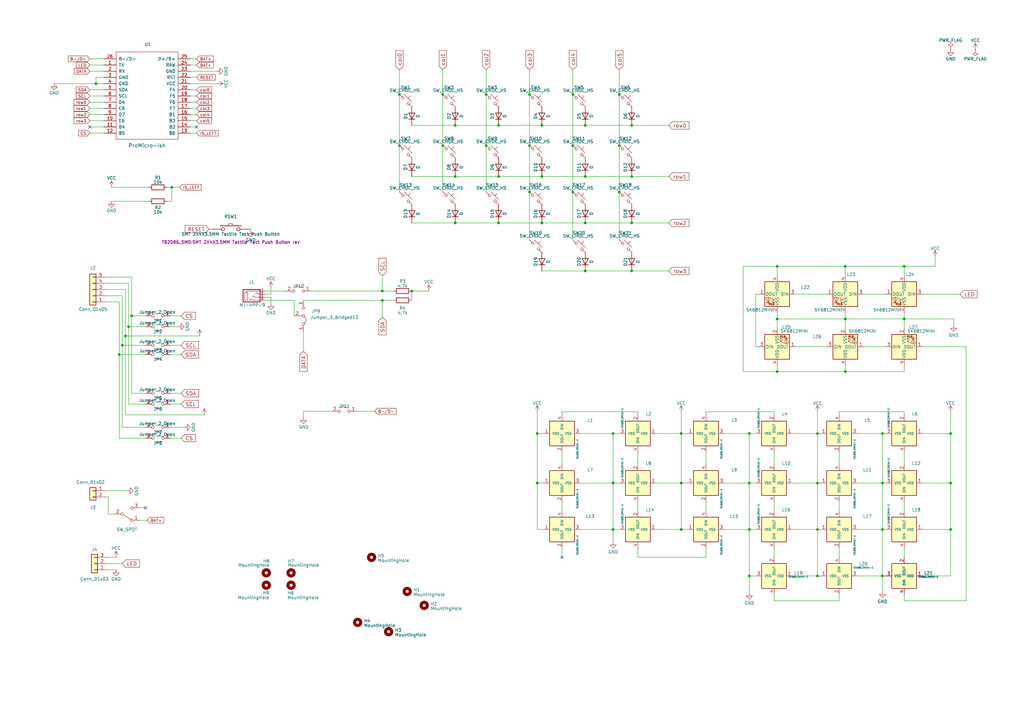
<source format=kicad_sch>
(kicad_sch (version 20231120) (generator "eeschema") (generator_version "8.0")
  (paper "A3")
  (title_block (title "Unicorne Chocolate") (date "2023-07-20") (rev "0.9") (company "Thunderbird2086"))
  (junction (at 204.47 51.435))
  (junction (at 222.25 72.39))
  (junction (at 50.165 141.605))
  (junction (at 361.95 236.22))
  (junction (at 234.95 78.74))
  (junction (at 163.83 59.69))
  (junction (at 361.95 177.8))
  (junction (at 259.08 51.435))
  (junction (at 220.345 177.8))
  (junction (at 251.46 198.12))
  (junction (at 220.345 198.12))
  (junction (at 318.77 152.4))
  (junction (at 181.61 38.735))
  (junction (at 168.91 119.38))
  (junction (at 389.89 217.17))
  (junction (at 389.89 198.12))
  (junction (at 370.84 130.81))
  (junction (at 186.69 72.39))
  (junction (at 318.77 109.22))
  (junction (at 389.89 177.8))
  (junction (at 251.46 217.17))
  (junction (at 222.25 91.44))
  (junction (at 335.28 198.12))
  (junction (at 335.28 217.17))
  (junction (at 48.895 145.415))
  (junction (at 318.77 130.81))
  (junction (at 307.34 177.8))
  (junction (at 199.39 59.69))
  (junction (at 181.61 59.69))
  (junction (at 204.47 72.39))
  (junction (at 163.83 38.735))
  (junction (at 186.69 91.44))
  (junction (at 156.845 119.38))
  (junction (at 186.69 51.435))
  (junction (at 361.95 217.17))
  (junction (at 307.34 198.12))
  (junction (at 70.485 76.835))
  (junction (at 254 38.735))
  (junction (at 370.84 109.22))
  (junction (at 251.46 177.8))
  (junction (at 307.34 236.22))
  (junction (at 217.17 59.69))
  (junction (at 222.25 51.435))
  (junction (at 259.08 72.39))
  (junction (at 254 59.69))
  (junction (at 51.435 137.795))
  (junction (at 346.71 152.4))
  (junction (at 52.705 133.985))
  (junction (at 254 78.74))
  (junction (at 240.03 72.39))
  (junction (at 279.4 198.12))
  (junction (at 217.17 38.735))
  (junction (at 217.17 78.74))
  (junction (at 335.28 177.8))
  (junction (at 156.845 123.19))
  (junction (at 346.71 109.22))
  (junction (at 199.39 38.735))
  (junction (at 361.95 198.12))
  (junction (at 53.975 129.54))
  (junction (at 259.08 111.125))
  (junction (at 346.71 130.81))
  (junction (at 234.95 38.735))
  (junction (at 240.03 111.125))
  (junction (at 307.34 217.17))
  (junction (at 240.03 51.435))
  (junction (at 335.28 236.22))
  (junction (at 240.03 91.44))
  (junction (at 204.47 91.44))
  (junction (at 279.4 177.8))
  (junction (at 39.37 34.29))
  (junction (at 234.95 59.69))
  (junction (at 279.4 217.17))
  (junction (at 259.08 91.44))
  (no_connect (at 36.83 52.07))
  (no_connect (at 230.505 228.6))
  (no_connect (at 59.69 208.28))
  (no_connect (at 80.645 52.07))
  (wire (pts (xy 36.83 54.61) (xy 42.545 54.61)))
  (wire (pts (xy 186.69 51.435) (xy 204.47 51.435)))
  (wire (pts (xy 181.61 59.69) (xy 181.61 78.74)))
  (wire (pts (xy 269.24 198.12) (xy 279.4 198.12)))
  (wire (pts (xy 344.17 168.91) (xy 370.84 168.91)))
  (wire (pts (xy 281.94 217.17) (xy 279.4 217.17)))
  (wire (pts (xy 36.83 44.45) (xy 42.545 44.45)))
  (wire (pts (xy 102.87 93.98) (xy 102.235 93.98)))
  (wire (pts (xy 279.4 177.8) (xy 279.4 198.12)))
  (wire (pts (xy 326.39 120.65) (xy 339.09 120.65)))
  (wire (pts (xy 51.435 137.795) (xy 51.435 170.18)))
  (wire (pts (xy 102.87 94.615) (xy 102.87 93.98)))
  (wire (pts (xy 318.77 152.4) (xy 346.71 152.4)))
  (wire (pts (xy 261.62 228.6) (xy 289.56 228.6)))
  (wire (pts (xy 279.4 168.91) (xy 279.4 177.8)))
  (wire (pts (xy 78.105 34.29) (xy 88.9 34.29)))
  (wire (pts (xy 156.845 119.38) (xy 161.29 119.38)))
  (wire (pts (xy 53.975 129.54) (xy 59.69 129.54)))
  (wire (pts (xy 59.69 141.605) (xy 50.165 141.605)))
  (wire (pts (xy 69.85 179.705) (xy 74.295 179.705)))
  (wire (pts (xy 146.177 168.656) (xy 153.67 168.656)))
  (wire (pts (xy 230.505 168.91) (xy 261.62 168.91)))
  (wire (pts (xy 269.24 217.17) (xy 279.4 217.17)))
  (wire (pts (xy 234.95 38.735) (xy 234.95 59.69)))
  (wire (pts (xy 51.435 118.745) (xy 43.18 118.745)))
  (wire (pts (xy 220.345 198.12) (xy 220.345 217.17)))
  (wire (pts (xy 304.8 109.22) (xy 304.8 152.4)))
  (wire (pts (xy 230.505 168.91) (xy 230.505 170.18)))
  (wire (pts (xy 74.295 145.415) (xy 69.85 145.415)))
  (wire (pts (xy 124.46 135.89) (xy 124.46 144.145)))
  (wire (pts (xy 59.69 145.415) (xy 48.895 145.415)))
  (wire (pts (xy 163.83 59.69) (xy 163.83 78.74)))
  (wire (pts (xy 391.16 130.81) (xy 370.84 130.81)))
  (wire (pts (xy 36.83 29.21) (xy 42.545 29.21)))
  (wire (pts (xy 217.17 59.69) (xy 217.17 78.74)))
  (wire (pts (xy 261.62 168.91) (xy 261.62 170.18)))
  (wire (pts (xy 346.71 130.81) (xy 370.84 130.81)))
  (wire (pts (xy 108.585 119.38) (xy 117.348 119.38)))
  (wire (pts (xy 317.5 205.74) (xy 317.5 209.55)))
  (wire (pts (xy 361.95 236.22) (xy 363.22 236.22)))
  (wire (pts (xy 361.95 198.12) (xy 361.95 217.17)))
  (wire (pts (xy 53.975 129.54) (xy 53.975 113.665)))
  (wire (pts (xy 370.84 243.84) (xy 370.84 246.38)))
  (wire (pts (xy 251.46 198.12) (xy 254 198.12)))
  (wire (pts (xy 318.77 130.81) (xy 318.77 128.27)))
  (wire (pts (xy 297.18 177.8) (xy 307.34 177.8)))
  (wire (pts (xy 51.435 118.745) (xy 51.435 137.795)))
  (wire (pts (xy 78.105 41.91) (xy 80.645 41.91)))
  (wire (pts (xy 48.895 179.705) (xy 59.69 179.705)))
  (wire (pts (xy 78.105 29.21) (xy 88.9 29.21)))
  (wire (pts (xy 351.79 177.8) (xy 361.95 177.8)))
  (wire (pts (xy 39.37 31.75) (xy 39.37 34.29)))
  (wire (pts (xy 289.56 185.42) (xy 289.56 190.5)))
  (wire (pts (xy 45.72 76.835) (xy 60.96 76.835)))
  (wire (pts (xy 307.34 236.22) (xy 307.34 243.205)))
  (wire (pts (xy 378.46 120.65) (xy 393.7 120.65)))
  (wire (pts (xy 204.47 72.39) (xy 222.25 72.39)))
  (wire (pts (xy 279.4 177.8) (xy 281.94 177.8)))
  (wire (pts (xy 163.83 28.575) (xy 163.83 38.735)))
  (wire (pts (xy 36.83 41.91) (xy 42.545 41.91)))
  (wire (pts (xy 378.46 177.8) (xy 389.89 177.8)))
  (wire (pts (xy 78.105 39.37) (xy 80.645 39.37)))
  (wire (pts (xy 48.895 145.415) (xy 48.895 179.705)))
  (wire (pts (xy 251.46 177.8) (xy 254 177.8)))
  (wire (pts (xy 230.505 205.74) (xy 230.505 209.55)))
  (wire (pts (xy 318.77 152.4) (xy 318.77 149.86)))
  (wire (pts (xy 52.705 165.735) (xy 59.69 165.735)))
  (wire (pts (xy 52.705 116.205) (xy 43.18 116.205)))
  (wire (pts (xy 238.125 217.17) (xy 251.46 217.17)))
  (wire (pts (xy 42.545 26.67) (xy 36.83 26.67)))
  (wire (pts (xy 45.72 82.55) (xy 60.96 82.55)))
  (wire (pts (xy 336.55 217.17) (xy 335.28 217.17)))
  (wire (pts (xy 389.89 198.12) (xy 389.89 217.17)))
  (wire (pts (xy 43.18 201.295) (xy 52.07 201.295)))
  (wire (pts (xy 317.5 224.79) (xy 317.5 228.6)))
  (wire (pts (xy 279.4 198.12) (xy 281.94 198.12)))
  (wire (pts (xy 42.545 52.07) (xy 36.83 52.07)))
  (wire (pts (xy 42.545 39.37) (xy 36.83 39.37)))
  (wire (pts (xy 53.975 161.29) (xy 53.975 129.54)))
  (wire (pts (xy 85.725 93.98) (xy 86.995 93.98)))
  (wire (pts (xy 274.32 51.435) (xy 259.08 51.435)))
  (wire (pts (xy 199.39 38.735) (xy 199.39 59.69)))
  (wire (pts (xy 52.705 133.985) (xy 59.69 133.985)))
  (wire (pts (xy 50.165 175.26) (xy 59.69 175.26)))
  (wire (pts (xy 318.77 109.22) (xy 318.77 113.03)))
  (wire (pts (xy 124.46 168.656) (xy 136.017 168.656)))
  (wire (pts (xy 156.845 123.19) (xy 161.29 123.19)))
  (wire (pts (xy 335.28 217.17) (xy 335.28 236.22)))
  (wire (pts (xy 230.505 224.79) (xy 230.505 228.6)))
  (wire (pts (xy 309.88 120.65) (xy 311.15 120.65)))
  (wire (pts (xy 168.91 72.39) (xy 186.69 72.39)))
  (wire (pts (xy 307.34 198.12) (xy 309.88 198.12)))
  (wire (pts (xy 335.28 198.12) (xy 336.55 198.12)))
  (wire (pts (xy 274.32 111.125) (xy 259.08 111.125)))
  (wire (pts (xy 354.33 142.24) (xy 363.22 142.24)))
  (wire (pts (xy 274.32 91.44) (xy 259.08 91.44)))
  (wire (pts (xy 370.84 190.5) (xy 370.84 185.42)))
  (wire (pts (xy 391.16 130.81) (xy 391.16 133.35)))
  (wire (pts (xy 251.46 217.17) (xy 254 217.17)))
  (wire (pts (xy 274.32 72.39) (xy 259.08 72.39)))
  (wire (pts (xy 108.585 123.19) (xy 120.65 123.19)))
  (wire (pts (xy 217.17 28.575) (xy 217.17 38.735)))
  (wire (pts (xy 336.55 236.22) (xy 335.28 236.22)))
  (wire (pts (xy 53.975 161.29) (xy 59.69 161.29)))
  (wire (pts (xy 307.34 177.8) (xy 309.88 177.8)))
  (wire (pts (xy 127.508 119.38) (xy 156.845 119.38)))
  (wire (pts (xy 361.95 236.22) (xy 361.95 242.57)))
  (wire (pts (xy 199.39 28.575) (xy 199.39 38.735)))
  (wire (pts (xy 168.91 51.435) (xy 186.69 51.435)))
  (wire (pts (xy 354.33 120.65) (xy 363.22 120.65)))
  (wire (pts (xy 108.585 120.65) (xy 111.125 120.65)))
  (wire (pts (xy 304.8 152.4) (xy 318.77 152.4)))
  (wire (pts (xy 370.84 109.22) (xy 383.54 109.22)))
  (wire (pts (xy 39.37 34.29) (xy 42.545 34.29)))
  (wire (pts (xy 78.105 36.83) (xy 80.645 36.83)))
  (wire (pts (xy 217.17 78.74) (xy 217.17 98.425)))
  (wire (pts (xy 43.815 228.6) (xy 47.625 228.6)))
  (wire (pts (xy 36.83 36.83) (xy 42.545 36.83)))
  (wire (pts (xy 344.17 168.91) (xy 344.17 170.18)))
  (wire (pts (xy 70.485 76.835) (xy 70.485 82.55)))
  (wire (pts (xy 168.91 91.44) (xy 186.69 91.44)))
  (wire (pts (xy 261.62 228.6) (xy 261.62 224.79)))
  (wire (pts (xy 36.83 49.53) (xy 42.545 49.53)))
  (wire (pts (xy 325.12 217.17) (xy 335.28 217.17)))
  (wire (pts (xy 124.46 171.196) (xy 124.46 168.656)))
  (wire (pts (xy 69.85 175.26) (xy 75.565 175.26)))
  (wire (pts (xy 181.61 28.575) (xy 181.61 38.735)))
  (wire (pts (xy 261.62 190.5) (xy 261.62 185.42)))
  (wire (pts (xy 111.125 121.92) (xy 111.125 124.46)))
  (wire (pts (xy 370.84 130.81) (xy 370.84 134.62)))
  (wire (pts (xy 261.62 205.74) (xy 261.62 209.55)))
  (wire (pts (xy 289.56 228.6) (xy 289.56 224.79)))
  (wire (pts (xy 346.71 130.81) (xy 346.71 134.62)))
  (wire (pts (xy 251.46 177.8) (xy 251.46 198.12)))
  (wire (pts (xy 74.295 161.29) (xy 69.85 161.29)))
  (wire (pts (xy 346.71 152.4) (xy 346.71 149.86)))
  (wire (pts (xy 351.79 236.22) (xy 361.95 236.22)))
  (wire (pts (xy 217.17 38.735) (xy 217.17 59.69)))
  (wire (pts (xy 51.435 170.18) (xy 83.82 170.18)))
  (wire (pts (xy 318.77 109.22) (xy 346.71 109.22)))
  (wire (pts (xy 304.8 109.22) (xy 318.77 109.22)))
  (wire (pts (xy 42.545 24.13) (xy 36.83 24.13)))
  (wire (pts (xy 254 78.74) (xy 254 98.425)))
  (wire (pts (xy 317.5 168.91) (xy 317.5 170.18)))
  (wire (pts (xy 289.56 168.91) (xy 289.56 170.18)))
  (wire (pts (xy 361.95 198.12) (xy 363.22 198.12)))
  (wire (pts (xy 309.88 142.24) (xy 311.15 142.24)))
  (wire (pts (xy 254 38.735) (xy 254 59.69)))
  (wire (pts (xy 230.505 185.42) (xy 230.505 190.5)))
  (wire (pts (xy 44.45 210.82) (xy 44.45 203.835)))
  (wire (pts (xy 53.975 113.665) (xy 43.18 113.665)))
  (wire (pts (xy 318.77 130.81) (xy 346.71 130.81)))
  (wire (pts (xy 370.84 149.86) (xy 370.84 152.4)))
  (wire (pts (xy 346.71 109.22) (xy 346.71 113.03)))
  (wire (pts (xy 44.45 210.82) (xy 46.99 210.82)))
  (wire (pts (xy 269.24 177.8) (xy 279.4 177.8)))
  (wire (pts (xy 70.485 76.835) (xy 73.66 76.835)))
  (wire (pts (xy 234.95 59.69) (xy 234.95 78.74)))
  (wire (pts (xy 326.39 142.24) (xy 339.09 142.24)))
  (wire (pts (xy 186.69 91.44) (xy 204.47 91.44)))
  (wire (pts (xy 346.71 130.81) (xy 346.71 128.27)))
  (wire (pts (xy 156.845 113.03) (xy 156.845 119.38)))
  (wire (pts (xy 251.46 217.17) (xy 251.46 222.25)))
  (wire (pts (xy 297.18 198.12) (xy 307.34 198.12)))
  (wire (pts (xy 297.18 217.17) (xy 307.34 217.17)))
  (wire (pts (xy 370.84 152.4) (xy 346.71 152.4)))
  (wire (pts (xy 220.345 177.8) (xy 220.345 198.12)))
  (wire (pts (xy 335.28 198.12) (xy 335.28 217.17)))
  (wire (pts (xy 259.08 72.39) (xy 240.03 72.39)))
  (wire (pts (xy 396.24 246.38) (xy 370.84 246.38)))
  (wire (pts (xy 307.34 177.8) (xy 307.34 198.12)))
  (wire (pts (xy 74.295 141.605) (xy 69.85 141.605)))
  (wire (pts (xy 378.46 217.17) (xy 389.89 217.17)))
  (wire (pts (xy 370.84 128.27) (xy 370.84 130.81)))
  (wire (pts (xy 59.69 208.28) (xy 57.15 208.28)))
  (wire (pts (xy 108.585 121.92) (xy 111.125 121.92)))
  (wire (pts (xy 156.845 123.19) (xy 156.845 130.175)))
  (wire (pts (xy 44.45 203.835) (xy 43.18 203.835)))
  (wire (pts (xy 238.125 198.12) (xy 251.46 198.12)))
  (wire (pts (xy 50.165 141.605) (xy 50.165 175.26)))
  (wire (pts (xy 383.54 105.41) (xy 383.54 109.22)))
  (wire (pts (xy 175.895 119.38) (xy 168.91 119.38)))
  (wire (pts (xy 69.85 129.54) (xy 74.295 129.54)))
  (wire (pts (xy 259.08 91.44) (xy 240.03 91.44)))
  (wire (pts (xy 186.69 72.39) (xy 204.47 72.39)))
  (wire (pts (xy 318.77 130.81) (xy 318.77 134.62)))
  (wire (pts (xy 68.58 82.55) (xy 70.485 82.55)))
  (wire (pts (xy 259.08 51.435) (xy 240.03 51.435)))
  (wire (pts (xy 78.105 31.75) (xy 80.645 31.75)))
  (wire (pts (xy 222.25 72.39) (xy 240.03 72.39)))
  (wire (pts (xy 43.18 123.825) (xy 48.895 123.825)))
  (wire (pts (xy 254 28.575) (xy 254 38.735)))
  (wire (pts (xy 325.12 177.8) (xy 335.28 177.8)))
  (wire (pts (xy 222.25 91.44) (xy 240.03 91.44)))
  (wire (pts (xy 289.56 168.91) (xy 317.5 168.91)))
  (wire (pts (xy 168.91 123.19) (xy 168.91 119.38)))
  (wire (pts (xy 220.345 177.8) (xy 222.885 177.8)))
  (wire (pts (xy 325.12 198.12) (xy 335.28 198.12)))
  (wire (pts (xy 222.25 51.435) (xy 240.03 51.435)))
  (wire (pts (xy 78.105 46.99) (xy 80.645 46.99)))
  (wire (pts (xy 370.84 109.22) (xy 370.84 113.03)))
  (wire (pts (xy 74.295 165.735) (xy 69.85 165.735)))
  (wire (pts (xy 389.89 168.91) (xy 389.89 177.8)))
  (wire (pts (xy 51.435 137.795) (xy 81.915 137.795)))
  (wire (pts (xy 69.85 133.985) (xy 73.025 133.985)))
  (wire (pts (xy 335.28 177.8) (xy 336.55 177.8)))
  (wire (pts (xy 68.58 76.835) (xy 70.485 76.835)))
  (wire (pts (xy 111.125 120.65) (xy 111.125 118.11)))
  (wire (pts (xy 309.88 120.65) (xy 309.88 142.24)))
  (wire (pts (xy 370.84 205.74) (xy 370.84 209.55)))
  (wire (pts (xy 325.12 236.22) (xy 335.28 236.22)))
  (wire (pts (xy 254 59.69) (xy 254 78.74)))
  (wire (pts (xy 163.83 38.735) (xy 163.83 59.69)))
  (wire (pts (xy 234.95 28.575) (xy 234.95 38.735)))
  (wire (pts (xy 361.95 217.17) (xy 361.95 236.22)))
  (wire (pts (xy 317.5 246.38) (xy 344.17 246.38)))
  (wire (pts (xy 222.25 111.125) (xy 240.03 111.125)))
  (wire (pts (xy 351.79 217.17) (xy 361.95 217.17)))
  (wire (pts (xy 361.95 217.17) (xy 363.22 217.17)))
  (wire (pts (xy 307.34 236.22) (xy 309.88 236.22)))
  (wire (pts (xy 43.18 121.285) (xy 50.165 121.285)))
  (wire (pts (xy 389.89 177.8) (xy 389.89 198.12)))
  (wire (pts (xy 361.95 177.8) (xy 361.95 198.12)))
  (wire (pts (xy 259.08 111.125) (xy 240.03 111.125)))
  (wire (pts (xy 43.815 233.68) (xy 47.625 233.68)))
  (wire (pts (xy 335.28 168.91) (xy 335.28 177.8)))
  (wire (pts (xy 39.37 31.75) (xy 42.545 31.75)))
  (wire (pts (xy 220.345 168.91) (xy 220.345 177.8)))
  (wire (pts (xy 220.345 198.12) (xy 222.885 198.12)))
  (wire (pts (xy 344.17 224.79) (xy 344.17 228.6)))
  (wire (pts (xy 36.83 46.99) (xy 42.545 46.99)))
  (wire (pts (xy 50.165 121.285) (xy 50.165 141.605)))
  (wire (pts (xy 344.17 185.42) (xy 344.17 190.5)))
  (wire (pts (xy 181.61 38.735) (xy 181.61 59.69)))
  (wire (pts (xy 361.95 177.8) (xy 363.22 177.8)))
  (wire (pts (xy 307.34 217.17) (xy 307.34 236.22)))
  (wire (pts (xy 370.84 224.79) (xy 370.84 228.6)))
  (wire (pts (xy 78.105 24.13) (xy 80.645 24.13)))
  (wire (pts (xy 344.17 246.38) (xy 344.17 243.84)))
  (wire (pts (xy 43.815 231.14) (xy 50.165 231.14)))
  (wire (pts (xy 378.46 198.12) (xy 389.89 198.12)))
  (wire (pts (xy 52.705 165.735) (xy 52.705 133.985)))
  (wire (pts (xy 317.5 190.5) (xy 317.5 185.42)))
  (wire (pts (xy 222.885 217.17) (xy 220.345 217.17)))
  (wire (pts (xy 57.15 213.36) (xy 60.325 213.36)))
  (wire (pts (xy 307.34 217.17) (xy 309.88 217.17)))
  (wire (pts (xy 78.105 49.53) (xy 80.645 49.53)))
  (wire (pts (xy 78.105 52.07) (xy 80.645 52.07)))
  (wire (pts (xy 307.34 198.12) (xy 307.34 217.17)))
  (wire (pts (xy 378.46 236.22) (xy 389.89 236.22)))
  (wire (pts (xy 351.79 198.12) (xy 361.95 198.12)))
  (wire (pts (xy 251.46 198.12) (xy 251.46 217.17)))
  (wire (pts (xy 124.46 123.19) (xy 156.845 123.19)))
  (wire (pts (xy 204.47 51.435) (xy 222.25 51.435)))
  (wire (pts (xy 279.4 198.12) (xy 279.4 217.17)))
  (wire (pts (xy 238.125 177.8) (xy 251.46 177.8)))
  (wire (pts (xy 78.105 54.61) (xy 80.645 54.61)))
  (wire (pts (xy 389.89 217.17) (xy 389.89 236.22)))
  (wire (pts (xy 120.65 123.19) (xy 120.65 129.54)))
  (wire (pts (xy 78.105 44.45) (xy 80.645 44.45)))
  (wire (pts (xy 370.84 168.91) (xy 370.84 170.18)))
  (wire (pts (xy 317.5 246.38) (xy 317.5 243.84)))
  (wire (pts (xy 396.24 142.24) (xy 378.46 142.24)))
  (wire (pts (xy 344.17 205.74) (xy 344.17 209.55)))
  (wire (pts (xy 22.225 34.29) (xy 39.37 34.29)))
  (wire (pts (xy 48.895 123.825) (xy 48.895 145.415)))
  (wire (pts (xy 52.705 133.985) (xy 52.705 116.205)))
  (wire (pts (xy 396.24 246.38) (xy 396.24 142.24)))
  (wire (pts (xy 346.71 109.22) (xy 370.84 109.22)))
  (wire (pts (xy 204.47 91.44) (xy 222.25 91.44)))
  (wire (pts (xy 234.95 78.74) (xy 234.95 98.425)))
  (wire (pts (xy 78.105 26.67) (xy 80.645 26.67)))
  (wire (pts (xy 289.56 205.74) (xy 289.56 209.55)))
  (wire (pts (xy 199.39 59.69) (xy 199.39 78.74)))
  (wire (pts (xy 335.28 177.8) (xy 335.28 198.12)))
  (global_label "col0" (shape input) (at 163.83 28.575 90) (effects (font (size 1.524 1.524))) (property "Intersheetrefs" "${INTERSHEET_REFS}" (effects (hide yes))))
  (global_label "col4" (shape input) (at 234.95 28.575 90) (effects (font (size 1.524 1.524))) (property "Intersheetrefs" "${INTERSHEET_REFS}" (effects (hide yes))))
  (global_label "SDA" (shape input) (at 156.845 130.175 270) (effects (font (size 1.524 1.524))) (property "Intersheetrefs" "${INTERSHEET_REFS}" (effects (hide yes))))
  (global_label "RESET" (shape input) (at 85.725 93.98 180) (effects (font (size 1.524 1.524))) (property "Intersheetrefs" "${INTERSHEET_REFS}" (effects (hide yes))))
  (global_label "IS_LEFT" (shape input) (at 80.645 54.61 0) (effects (font (size 1.1938 1.1938))) (property "Intersheetrefs" "${INTERSHEET_REFS}" (effects (hide yes))))
  (global_label "col1" (shape input) (at 181.61 28.575 90) (effects (font (size 1.524 1.524))) (property "Intersheetrefs" "${INTERSHEET_REFS}" (effects (hide yes))))
  (global_label "SCL" (shape input) (at 36.83 39.37 180) (effects (font (size 1.1938 1.1938))) (property "Intersheetrefs" "${INTERSHEET_REFS}" (effects (hide yes))))
  (global_label "row1" (shape input) (at 36.83 44.45 180) (effects (font (size 1.1938 1.1938))) (property "Intersheetrefs" "${INTERSHEET_REFS}" (effects (hide yes))))
  (global_label "row1" (shape input) (at 274.32 72.39 0) (effects (font (size 1.524 1.524))) (property "Intersheetrefs" "${INTERSHEET_REFS}" (effects (hide yes))))
  (global_label "col5" (shape input) (at 80.645 49.53 0) (effects (font (size 1.1938 1.1938))) (property "Intersheetrefs" "${INTERSHEET_REFS}" (effects (hide yes))))
  (global_label "row2" (shape input) (at 274.32 91.44 0) (effects (font (size 1.524 1.524))) (property "Intersheetrefs" "${INTERSHEET_REFS}" (effects (hide yes))))
  (global_label "CS" (shape input) (at 36.83 54.61 180) (effects (font (size 1.1938 1.1938))) (property "Intersheetrefs" "${INTERSHEET_REFS}" (effects (hide yes))))
  (global_label "SCL" (shape input) (at 74.295 165.735 0) (effects (font (size 1.524 1.524))) (property "Intersheetrefs" "${INTERSHEET_REFS}" (effects (hide yes))))
  (global_label "BAT+" (shape input) (at 80.645 26.67 0) (effects (font (size 1.1938 1.1938))) (property "Intersheetrefs" "${INTERSHEET_REFS}" (effects (hide yes))))
  (global_label "LED" (shape input) (at 393.7 120.65 0) (effects (font (size 1.524 1.524))) (property "Intersheetrefs" "${INTERSHEET_REFS}" (effects (hide yes))))
  (global_label "col2" (shape input) (at 199.39 28.575 90) (effects (font (size 1.524 1.524))) (property "Intersheetrefs" "${INTERSHEET_REFS}" (effects (hide yes))))
  (global_label "LED" (shape input) (at 36.83 26.67 180) (effects (font (size 1.1938 1.1938))) (property "Intersheetrefs" "${INTERSHEET_REFS}" (effects (hide yes))))
  (global_label "DATA" (shape input) (at 124.46 144.145 270) (effects (font (size 1.524 1.524))) (property "Intersheetrefs" "${INTERSHEET_REFS}" (effects (hide yes))))
  (global_label "BAT+" (shape input) (at 80.645 24.13 0) (effects (font (size 1.1938 1.1938))) (property "Intersheetrefs" "${INTERSHEET_REFS}" (effects (hide yes))))
  (global_label "row3" (shape input) (at 274.32 111.125 0) (effects (font (size 1.524 1.524))) (property "Intersheetrefs" "${INTERSHEET_REFS}" (effects (hide yes))))
  (global_label "LED" (shape input) (at 50.165 231.14 0) (effects (font (size 1.524 1.524))) (property "Intersheetrefs" "${INTERSHEET_REFS}" (effects (hide yes))))
  (global_label "col4" (shape input) (at 80.645 46.99 0) (effects (font (size 1.1938 1.1938))) (property "Intersheetrefs" "${INTERSHEET_REFS}" (effects (hide yes))))
  (global_label "B-{slash}D-" (shape input) (at 36.83 24.13 180) (effects (font (size 1.1938 1.1938))) (property "Intersheetrefs" "${INTERSHEET_REFS}" (effects (hide yes))))
  (global_label "col0" (shape input) (at 80.645 36.83 0) (effects (font (size 1.1938 1.1938))) (property "Intersheetrefs" "${INTERSHEET_REFS}" (effects (hide yes))))
  (global_label "col5" (shape input) (at 254 28.575 90) (effects (font (size 1.524 1.524))) (property "Intersheetrefs" "${INTERSHEET_REFS}" (effects (hide yes))))
  (global_label "SDA" (shape input) (at 74.295 161.29 0) (effects (font (size 1.524 1.524))) (property "Intersheetrefs" "${INTERSHEET_REFS}" (effects (hide yes))))
  (global_label "BAT+" (shape input) (at 60.325 213.36 0) (effects (font (size 1.1938 1.1938))) (property "Intersheetrefs" "${INTERSHEET_REFS}" (effects (hide yes))))
  (global_label "SCL" (shape input) (at 156.845 113.03 90) (effects (font (size 1.524 1.524))) (property "Intersheetrefs" "${INTERSHEET_REFS}" (effects (hide yes))))
  (global_label "RESET" (shape input) (at 80.645 31.75 0) (effects (font (size 1.1938 1.1938))) (property "Intersheetrefs" "${INTERSHEET_REFS}" (effects (hide yes))))
  (global_label "row3" (shape input) (at 36.83 49.53 180) (effects (font (size 1.1938 1.1938))) (property "Intersheetrefs" "${INTERSHEET_REFS}" (effects (hide yes))))
  (global_label "col3" (shape input) (at 217.17 28.575 90) (effects (font (size 1.524 1.524))) (property "Intersheetrefs" "${INTERSHEET_REFS}" (effects (hide yes))))
  (global_label "col3" (shape input) (at 80.645 44.45 0) (effects (font (size 1.1938 1.1938))) (property "Intersheetrefs" "${INTERSHEET_REFS}" (effects (hide yes))))
  (global_label "SCL" (shape input) (at 74.295 141.605 0) (effects (font (size 1.524 1.524))) (property "Intersheetrefs" "${INTERSHEET_REFS}" (effects (hide yes))))
  (global_label "row0" (shape input) (at 274.32 51.435 0) (effects (font (size 1.524 1.524))) (property "Intersheetrefs" "${INTERSHEET_REFS}" (effects (hide yes))))
  (global_label "SDA" (shape input) (at 36.83 36.83 180) (effects (font (size 1.1938 1.1938))) (property "Intersheetrefs" "${INTERSHEET_REFS}" (effects (hide yes))))
  (global_label "col1" (shape input) (at 80.645 39.37 0) (effects (font (size 1.1938 1.1938))) (property "Intersheetrefs" "${INTERSHEET_REFS}" (effects (hide yes))))
  (global_label "CS" (shape input) (at 74.295 179.705 0) (effects (font (size 1.524 1.524))) (property "Intersheetrefs" "${INTERSHEET_REFS}" (effects (hide yes))))
  (global_label "SDA" (shape input) (at 74.295 145.415 0) (effects (font (size 1.524 1.524))) (property "Intersheetrefs" "${INTERSHEET_REFS}" (effects (hide yes))))
  (global_label "DATA" (shape input) (at 36.83 29.21 180) (effects (font (size 1.1938 1.1938))) (property "Intersheetrefs" "${INTERSHEET_REFS}" (effects (hide yes))))
  (global_label "col2" (shape input) (at 80.645 41.91 0) (effects (font (size 1.1938 1.1938))) (property "Intersheetrefs" "${INTERSHEET_REFS}" (effects (hide yes))))
  (global_label "B-{slash}D-" (shape input) (at 153.67 168.656 0) (effects (font (size 1.1938 1.1938))) (property "Intersheetrefs" "${INTERSHEET_REFS}" (effects (hide yes))))
  (global_label "row2" (shape input) (at 36.83 46.99 180) (effects (font (size 1.1938 1.1938))) (property "Intersheetrefs" "${INTERSHEET_REFS}" (effects (hide yes))))
  (global_label "IS_LEFT" (shape input) (at 73.66 76.835 0) (effects (font (size 1.1938 1.1938))) (property "Intersheetrefs" "${INTERSHEET_REFS}" (effects (hide yes))))
  (global_label "CS" (shape input) (at 74.295 129.54 0) (effects (font (size 1.524 1.524))) (property "Intersheetrefs" "${INTERSHEET_REFS}" (effects (hide yes))))
  (global_label "row0" (shape input) (at 36.83 41.91 180) (effects (font (size 1.1938 1.1938))) (property "Intersheetrefs" "${INTERSHEET_REFS}" (effects (hide yes))))
  (symbol (lib_id "TB2086_KEYSWITCH:SW_CHOC_HS") (at 256.54 41.275 0) (unit 1)
    (property "Reference" "SW6" (at 256.54 35.8521 0))
    (property "Value" "SW_CHOC_HS" (at 256.159 37.084 0))
    (property "Footprint" "TB2086_KEYSWITCH:SW_choc_v1_v2_HS_1u_reversible" (effects (hide yes)))
  )
  (symbol (lib_id "Jumper:Jumper_2_Open") (at 64.77 165.735 180) (unit 1)
    (property "Reference" "JP6" (at 64.77 167.767 0))
    (property "Value" "Jumper_2_Open" (at 64.516 164.211 0))
    (property "Footprint" "Jumper:SolderJumper-2_P1.3mm_Open_TrianglePad1.0x1.5mm" (effects (hide yes)))
  )
  (symbol (lib_id "TB2086_KEYSWITCH:SW_CHOC_HS") (at 184.15 81.28 0) (unit 1)
    (property "Reference" "SW14" (at 184.15 75.8571 0))
    (property "Value" "SW_CHOC_HS" (at 183.769 77.089 0))
    (property "Footprint" "TB2086_KEYSWITCH:SW_choc_v1_v2_HS_1u_reversible" (effects (hide yes)))
  )
  (symbol (lib_id "TB2086_LED:SK6812MINI-E") (at 370.84 236.22 270) (mirror x) (unit 1)
    (property "Reference" "L21" (at 380.7922 235.0158 90))
    (property "Value" "SK6812MINI-E" (at 380.7922 236.5867 90) (effects (font (size 0.7366 0.7366))))
    (property "Footprint" "TB2086_LED:LED_SK6812MINI-E_rev" (effects (hide yes)))
    (property "Datasheet" "https://cdn-shop.adafruit.com/product-files/2686/SK6812MINI_REV.01-1-2.pdf" (effects (hide yes)))
  )
  (symbol (lib_id "Mechanical:MountingHole") (at 159.385 259.08 0) (unit 1)
    (property "Reference" "H3" (at 161.925 258.4363 0) (effects (justify left)))
    (property "Value" "MountingHole" (at 161.925 260.3573 0) (effects (justify left)))
    (property "Footprint" "TB2086_MISC:M2_Hole_TH_Outside" (effects (hide yes)))
  )
  (symbol (lib_id "Switch:SW_SPDT") (at 52.07 210.82 0) (mirror x) (unit 1)
    (property "Reference" "PSW1" (effects (hide yes)))
    (property "Value" "SW_SPDT" (at 52.07 217.17 0))
    (property "Footprint" "TB2086_SMD:SW_SPDT_PCM12_reversible" (effects (hide yes)))
  )
  (symbol (lib_id "Device:D") (at 168.91 47.625 90) (unit 1)
    (property "Reference" "D1" (at 166.37 47.625 0))
    (property "Value" "D" (at 171.45 47.625 0))
    (property "Footprint" "TB2086_SMD:D3_SMD_rev" (effects (hide yes)))
    (property "Sim.Device" "D" (effects (hide yes)))
    (property "Sim.Pins" "1=K 2=A" (effects (hide yes)))
  )
  (symbol (lib_id "power:VCC") (at 45.72 76.835 0) (unit 1)
    (property "Reference" "#PWR05" (effects (hide yes)))
    (property "Value" "VCC" (at 45.72 73.025 0))
  )
  (symbol (lib_id "Device:D") (at 186.69 87.63 90) (unit 1)
    (property "Reference" "D14" (at 184.15 87.63 0))
    (property "Value" "D" (at 189.23 87.63 0))
    (property "Footprint" "TB2086_SMD:D3_SMD_rev" (effects (hide yes)))
    (property "Sim.Device" "D" (effects (hide yes)))
    (property "Sim.Pins" "1=K 2=A" (effects (hide yes)))
  )
  (symbol (lib_id "power:VCC") (at 81.915 137.795 0) (unit 1)
    (property "Reference" "#PWR04" (effects (hide yes)))
    (property "Value" "VCC" (effects (hide yes)))
  )
  (symbol (lib_id "Device:D") (at 204.47 87.63 90) (unit 1)
    (property "Reference" "D15" (at 201.93 87.63 0))
    (property "Value" "D" (at 207.01 87.63 0))
    (property "Footprint" "TB2086_SMD:D3_SMD_rev" (effects (hide yes)))
    (property "Sim.Device" "D" (effects (hide yes)))
    (property "Sim.Pins" "1=K 2=A" (effects (hide yes)))
  )
  (symbol (lib_id "power:GND") (at 75.565 175.26 90) (unit 1)
    (property "Reference" "#PWR02" (effects (hide yes)))
    (property "Value" "GND" (at 79.375 175.26 0))
  )
  (symbol (lib_id "TB2086_LED:SK6812MINI-E") (at 317.5 198.12 270) (mirror x) (unit 1)
    (property "Reference" "L10" (at 320.6497 190.0301 90) (effects (justify left)))
    (property "Value" "SK6812MINI-E" (at 311.15 191.77 0) (effects (font (size 0.7366 0.7366))))
    (property "Footprint" "TB2086_LED:LED_SK6812MINI-E_rev" (effects (hide yes)))
    (property "Datasheet" "https://cdn-shop.adafruit.com/product-files/2686/SK6812MINI_REV.01-1-2.pdf" (effects (hide yes)))
  )
  (symbol (lib_id "power:VCC") (at 389.89 168.91 0) (unit 1)
    (property "Reference" "#PWR0104" (effects (hide yes)))
    (property "Value" "VCC" (at 389.89 165.4081 0))
  )
  (symbol (lib_id "power:VCC") (at 47.625 228.6 0) (unit 1)
    (property "Reference" "#PWR0116" (effects (hide yes)))
    (property "Value" "VCC" (at 47.625 224.79 0))
  )
  (symbol (lib_id "power:GND") (at 45.72 82.55 0) (unit 1)
    (property "Reference" "#PWR06" (effects (hide yes)))
    (property "Value" "GND" (at 45.72 86.36 0))
  )
  (symbol (lib_id "Jumper:Jumper_2_Open") (at 64.77 145.415 180) (unit 1)
    (property "Reference" "JP4" (at 64.77 147.447 0))
    (property "Value" "Jumper_2_Open" (at 64.516 143.891 0))
    (property "Footprint" "Jumper:SolderJumper-2_P1.3mm_Open_TrianglePad1.0x1.5mm" (effects (hide yes)))
  )
  (symbol (lib_id "TB2086_KEYSWITCH:SW_CHOC_HS") (at 219.71 41.275 0) (unit 1)
    (property "Reference" "SW4" (at 219.71 35.8521 0))
    (property "Value" "SW_CHOC_HS" (at 219.329 37.084 0))
    (property "Footprint" "TB2086_KEYSWITCH:SW_choc_v1_v2_HS_1u_reversible" (effects (hide yes)))
  )
  (symbol (lib_id "Jumper:Jumper_2_Open") (at 64.77 133.985 180) (unit 1)
    (property "Reference" "JP2" (at 64.77 136.017 0))
    (property "Value" "Jumper_2_Open" (at 64.516 132.461 0))
    (property "Footprint" "Jumper:SolderJumper-2_P1.3mm_Open_TrianglePad1.0x1.5mm" (effects (hide yes)))
  )
  (symbol (lib_id "TB2086_LED:SK6812MINI") (at 370.84 142.24 0) (mirror x) (unit 1)
    (property "Reference" "L27" (at 372.7959 134.1501 0) (effects (justify left)))
    (property "Value" "SK6812MINI" (at 372.11 136.525 0) (effects (justify left top)))
    (property "Footprint" "TB2086_LED:LED_SK6812MINI_PLCC4_3.5x3.5mm_P1.75mm_rev_all" (effects (hide yes)))
    (property "Datasheet" "https://cdn-shop.adafruit.com/product-files/2686/SK6812MINI_REV.01-1-2.pdf" (effects (hide yes)))
  )
  (symbol (lib_id "TB2086_SMD:SMT 2X4X3.5MM Tactile Tact Push Button") (at 94.615 93.98 0) (unit 1)
    (property "Reference" "RSW1" (at 94.615 88.8111 0))
    (property "Value" "SMT 2X4X3.5MM Tactile Tact Push Button" (at 94.615 96.012 0))
    (property "Footprint" "TB2086_SMD:SMT 2X4X3.5MM Tactile Tact Push Button rev" (at 94.6404 99.314 0))
  )
  (symbol (lib_id "TB2086_LED:SK6812MINI-E") (at 344.17 217.17 90) (mirror x) (unit 1)
    (property "Reference" "L17" (at 355.738 211.7723 90))
    (property "Value" "SK6812MINI-E" (at 350.52 223.52 0) (effects (font (size 0.7366 0.7366))))
    (property "Footprint" "TB2086_LED:LED_SK6812MINI-E_rev" (effects (hide yes)))
    (property "Datasheet" "https://cdn-shop.adafruit.com/product-files/2686/SK6812MINI_REV.01-1-2.pdf" (effects (hide yes)))
  )
  (symbol (lib_id "power:PWR_FLAG") (at 400.05 20.32 180) (unit 1)
    (property "Reference" "#FLG0101" (effects (hide yes)))
    (property "Value" "PWR_FLAG" (at 400.05 24.13 0))
  )
  (symbol (lib_id "power:GND") (at 52.07 201.295 90) (unit 1)
    (property "Reference" "#PWR0118" (effects (hide yes)))
    (property "Value" "GND" (at 56.007 201.422 0))
  )
  (symbol (lib_id "TB2086_MISC:ProMicro-ish") (at 60.325 45.72 0) (unit 1)
    (property "Reference" "U1" (at 60.5282 18.1958 0))
    (property "Value" "ProMicro-ish" (at 60.325 59.69 0) (effects (font (size 1.524 1.524))))
    (property "Footprint" "TB2086_MISC:ProMicro-ish-dn-rev-unrouted_3x6" (effects (hide yes)))
  )
  (symbol (lib_id "TB2086_KEYSWITCH:SW_CHOC_HS") (at 237.49 81.28 0) (unit 1)
    (property "Reference" "SW17" (at 237.49 75.8571 0))
    (property "Value" "SW_CHOC_HS" (at 237.109 77.089 0))
    (property "Footprint" "TB2086_KEYSWITCH:SW_choc_v1_v2_HS_1u_reversible" (effects (hide yes)))
  )
  (symbol (lib_id "power:GND") (at 251.46 222.25 0) (unit 1)
    (property "Reference" "#PWR0101" (effects (hide yes)))
    (property "Value" "GND" (at 251.46 226.3855 0))
  )
  (symbol (lib_id "power:GND") (at 124.46 171.196 0) (mirror y) (unit 1)
    (property "Reference" "#PWR011" (effects (hide yes)))
    (property "Value" "GND" (at 124.587 175.133 0))
  )
  (symbol (lib_id "TB2086_LED:SK6812MINI") (at 318.77 120.65 0) (mirror y) (unit 1)
    (property "Reference" "L22" (at 330.338 117.8179 0))
    (property "Value" "SK6812MINI" (at 317.5 126.365 0) (effects (justify left top)))
    (property "Footprint" "TB2086_LED:LED_SK6812MINI_PLCC4_3.5x3.5mm_P1.75mm_rev_all" (effects (hide yes)))
    (property "Datasheet" "https://cdn-shop.adafruit.com/product-files/2686/SK6812MINI_REV.01-1-2.pdf" (effects (hide yes)))
  )
  (symbol (lib_id "TB2086_LED:SK6812MINI") (at 346.71 120.65 0) (mirror y) (unit 1)
    (property "Reference" "L23" (at 347.2941 112.5601 0) (effects (justify right)))
    (property "Value" "SK6812MINI" (at 345.44 126.365 0) (effects (justify left top)))
    (property "Footprint" "TB2086_LED:LED_SK6812MINI_PLCC4_3.5x3.5mm_P1.75mm_rev_all" (effects (hide yes)))
    (property "Datasheet" "https://cdn-shop.adafruit.com/product-files/2686/SK6812MINI_REV.01-1-2.pdf" (effects (hide yes)))
  )
  (symbol (lib_id "TB2086_LED:SK6812MINI-E") (at 344.17 177.8 90) (mirror x) (unit 1)
    (property "Reference" "L5" (at 355.738 172.4023 90))
    (property "Value" "SK6812MINI-E" (at 350.52 184.15 0) (effects (font (size 0.7366 0.7366))))
    (property "Footprint" "TB2086_LED:LED_SK6812MINI-E_rev" (effects (hide yes)))
    (property "Datasheet" "https://cdn-shop.adafruit.com/product-files/2686/SK6812MINI_REV.01-1-2.pdf" (effects (hide yes)))
  )
  (symbol (lib_id "power:VCC") (at 83.82 170.18 0) (unit 1)
    (property "Reference" "#PWR03" (effects (hide yes)))
    (property "Value" "VCC" (effects (hide yes)))
  )
  (symbol (lib_id "power:PWR_FLAG") (at 389.89 20.32 0) (unit 1)
    (property "Reference" "#FLG0102" (effects (hide yes)))
    (property "Value" "PWR_FLAG" (at 389.89 16.51 0))
  )
  (symbol (lib_id "Mechanical:MountingHole") (at 146.685 255.27 0) (unit 1)
    (property "Reference" "H4" (at 149.225 254.6263 0) (effects (justify left)))
    (property "Value" "MountingHole" (at 149.225 256.5473 0) (effects (justify left)))
    (property "Footprint" "TB2086_MISC:M2_Hole_TH_Outside" (effects (hide yes)))
  )
  (symbol (lib_id "Device:D") (at 259.08 87.63 90) (unit 1)
    (property "Reference" "D18" (at 256.54 87.63 0))
    (property "Value" "D" (at 261.62 87.63 0))
    (property "Footprint" "TB2086_SMD:D3_SMD_rev" (effects (hide yes)))
    (property "Sim.Device" "D" (effects (hide yes)))
    (property "Sim.Pins" "1=K 2=A" (effects (hide yes)))
  )
  (symbol (lib_id "TB2086_LED:SK6812MINI-E") (at 261.62 217.17 270) (mirror x) (unit 1)
    (property "Reference" "L14" (at 264.7697 209.0801 90) (effects (justify left)))
    (property "Value" "SK6812MINI-E" (at 255.27 210.82 0) (effects (font (size 0.7366 0.7366))))
    (property "Footprint" "TB2086_LED:LED_SK6812MINI-E_rev" (effects (hide yes)))
    (property "Datasheet" "https://cdn-shop.adafruit.com/product-files/2686/SK6812MINI_REV.01-1-2.pdf" (effects (hide yes)))
  )
  (symbol (lib_id "Device:D") (at 186.69 47.625 90) (unit 1)
    (property "Reference" "D2" (at 184.15 47.625 0))
    (property "Value" "D" (at 189.23 47.625 0))
    (property "Footprint" "TB2086_SMD:D3_SMD_rev" (effects (hide yes)))
    (property "Sim.Device" "D" (effects (hide yes)))
    (property "Sim.Pins" "1=K 2=A" (effects (hide yes)))
  )
  (symbol (lib_id "power:VCC") (at 175.895 119.38 0) (unit 1)
    (property "Reference" "#PWR09" (effects (hide yes)))
    (property "Value" "VCC" (at 175.895 115.57 0))
  )
  (symbol (lib_id "TB2086_KEYSWITCH:SW_CHOC_HS") (at 219.71 100.965 0) (unit 1)
    (property "Reference" "SW19" (at 219.71 95.5421 0))
    (property "Value" "SW_CHOC_HS" (at 219.329 96.774 0))
    (property "Footprint" "TB2086_KEYSWITCH:SW_choc_v1_v2_HS_1u_reversible" (effects (hide yes)))
  )
  (symbol (lib_id "TB2086_LED:SK6812MINI") (at 346.71 142.24 0) (mirror x) (unit 1)
    (property "Reference" "L26" (at 335.142 138.0361 0))
    (property "Value" "SK6812MINI" (at 347.98 136.525 0) (effects (justify left top)))
    (property "Footprint" "TB2086_LED:LED_SK6812MINI_PLCC4_3.5x3.5mm_P1.75mm_rev_all" (effects (hide yes)))
    (property "Datasheet" "https://cdn-shop.adafruit.com/product-files/2686/SK6812MINI_REV.01-1-2.pdf" (effects (hide yes)))
  )
  (symbol (lib_id "power:VCC") (at 111.125 118.11 0) (unit 1)
    (property "Reference" "#PWR07" (effects (hide yes)))
    (property "Value" "VCC" (at 111.125 114.3 0))
  )
  (symbol (lib_id "power:GND") (at 111.125 124.46 0) (unit 1)
    (property "Reference" "#PWR08" (effects (hide yes)))
    (property "Value" "GND" (at 111.125 128.27 0))
  )
  (symbol (lib_id "Jumper:Jumper_2_Open") (at 64.77 175.26 180) (unit 1)
    (property "Reference" "JP7" (at 64.77 177.292 0))
    (property "Value" "Jumper_2_Open" (at 64.516 173.736 0))
    (property "Footprint" "Jumper:SolderJumper-2_P1.3mm_Open_TrianglePad1.0x1.5mm" (effects (hide yes)))
  )
  (symbol (lib_id "TB2086_KEYSWITCH:SW_CHOC_HS") (at 184.15 62.23 0) (unit 1)
    (property "Reference" "SW8" (at 184.15 56.8071 0))
    (property "Value" "SW_CHOC_HS" (at 183.769 58.039 0))
    (property "Footprint" "TB2086_KEYSWITCH:SW_choc_v1_v2_HS_1u_reversible" (effects (hide yes)))
  )
  (symbol (lib_id "Device:D") (at 259.08 68.58 90) (unit 1)
    (property "Reference" "D12" (at 256.54 68.58 0))
    (property "Value" "D" (at 261.62 68.58 0))
    (property "Footprint" "TB2086_SMD:D3_SMD_rev" (effects (hide yes)))
    (property "Sim.Device" "D" (effects (hide yes)))
    (property "Sim.Pins" "1=K 2=A" (effects (hide yes)))
  )
  (symbol (lib_id "Device:D") (at 168.91 87.63 90) (unit 1)
    (property "Reference" "D13" (at 166.37 87.63 0))
    (property "Value" "D" (at 171.45 87.63 0))
    (property "Footprint" "TB2086_SMD:D3_SMD_rev" (effects (hide yes)))
    (property "Sim.Device" "D" (effects (hide yes)))
    (property "Sim.Pins" "1=K 2=A" (effects (hide yes)))
  )
  (symbol (lib_id "TB2086_MISC:MJ-4PP-9") (at 103.505 121.285 0) (unit 1)
    (property "Reference" "J1" (at 103.1875 115.7097 0))
    (property "Value" "MJ-4PP-9" (at 103.505 125.095 0))
    (property "Footprint" "TB2086_MISC:TRRS-PJ-320A-rev" (effects (hide yes)))
  )
  (symbol (lib_id "power:GND") (at 22.225 34.29 0) (unit 1)
    (property "Reference" "#PWR0121" (effects (hide yes)))
    (property "Value" "GND" (at 22.225 38.1 0))
  )
  (symbol (lib_id "power:GND") (at 47.625 233.68 0) (unit 1)
    (property "Reference" "#PWR0115" (effects (hide yes)))
    (property "Value" "GND" (at 47.625 237.49 0))
  )
  (symbol (lib_id "power:VCC") (at 88.9 34.29 270) (unit 1)
    (property "Reference" "#PWR0111" (effects (hide yes)))
    (property "Value" "VCC" (at 92.71 34.29 0))
  )
  (symbol (lib_id "TB2086_LED:SK6812MINI-E") (at 317.5 236.22 270) (mirror x) (unit 1)
    (property "Reference" "L19" (at 327.4522 235.0158 90))
    (property "Value" "SK6812MINI-E" (at 327.4522 236.5867 90) (effects (font (size 0.7366 0.7366))))
    (property "Footprint" "TB2086_LED:LED_SK6812MINI-E_rev" (effects (hide yes)))
    (property "Datasheet" "https://cdn-shop.adafruit.com/product-files/2686/SK6812MINI_REV.01-1-2.pdf" (effects (hide yes)))
  )
  (symbol (lib_id "Device:D") (at 186.69 68.58 90) (unit 1)
    (property "Reference" "D8" (at 184.15 68.58 0))
    (property "Value" "D" (at 189.23 68.58 0))
    (property "Footprint" "TB2086_SMD:D3_SMD_rev" (effects (hide yes)))
    (property "Sim.Device" "D" (effects (hide yes)))
    (property "Sim.Pins" "1=K 2=A" (effects (hide yes)))
  )
  (symbol (lib_id "TB2086_KEYSWITCH:SW_CHOC_HS") (at 166.37 41.275 0) (unit 1)
    (property "Reference" "SW1" (at 166.37 35.8521 0))
    (property "Value" "SW_CHOC_HS" (at 165.989 37.084 0))
    (property "Footprint" "TB2086_KEYSWITCH:SW_choc_v1_v2_HS_1u_reversible" (effects (hide yes)))
  )
  (symbol (lib_id "power:VCC") (at 220.345 168.91 0) (unit 1)
    (property "Reference" "#PWR010" (effects (hide yes)))
    (property "Value" "VCC" (at 220.345 165.4081 0))
  )
  (symbol (lib_id "TB2086_LED:SK6812MINI-E") (at 230.505 217.17 90) (mirror x) (unit 1)
    (property "Reference" "L13" (at 242.073 211.7723 90))
    (property "Value" "SK6812MINI-E" (at 236.855 223.52 0) (effects (font (size 0.7366 0.7366))))
    (property "Footprint" "TB2086_LED:LED_SK6812MINI-E_rev" (effects (hide yes)))
    (property "Datasheet" "https://cdn-shop.adafruit.com/product-files/2686/SK6812MINI_REV.01-1-2.pdf" (effects (hide yes)))
  )
  (symbol (lib_id "power:GND") (at 102.87 94.615 0) (unit 1)
    (property "Reference" "#PWR0122" (effects (hide yes)))
    (property "Value" "GND" (at 102.87 98.425 0))
  )
  (symbol (lib_id "power:VCC") (at 335.28 168.91 0) (unit 1)
    (property "Reference" "#PWR0110" (effects (hide yes)))
    (property "Value" "VCC" (at 335.28 165.4081 0))
  )
  (symbol (lib_id "Device:D") (at 240.03 107.315 90) (unit 1)
    (property "Reference" "D20" (at 237.49 107.315 0))
    (property "Value" "D" (at 242.57 107.315 0))
    (property "Footprint" "TB2086_SMD:D3_SMD_rev" (effects (hide yes)))
    (property "Sim.Device" "D" (effects (hide yes)))
    (property "Sim.Pins" "1=K 2=A" (effects (hide yes)))
  )
  (symbol (lib_id "power:GND") (at 391.16 133.35 0) (unit 1)
    (property "Reference" "#PWR0106" (effects (hide yes)))
    (property "Value" "GND" (at 391.16 137.4855 0))
  )
  (symbol (lib_id "Connector_Generic:Conn_01x02") (at 38.1 201.295 0) (mirror y) (unit 1)
    (property "Reference" "J3" (at 38.1 208.1149 0))
    (property "Value" "Conn_01x02" (at 37.1094 197.7644 0))
    (property "Footprint" "TB2086_SMD:Molex_Pico-EZmate_78171-0002_1x02-1MP_P1.20mm_Vertical_rev" (effects (hide yes)))
  )
  (symbol (lib_id "Device:R") (at 165.1 123.19 270) (unit 1)
    (property "Reference" "R4" (at 165.1 126.365 90))
    (property "Value" "4.7k" (at 165.1 128.286 90))
    (property "Footprint" "TB2086_SMD:R_0805_2012Metric_Pad1.20x1.40mm_HandSolder_rev" (effects (hide yes)))
  )
  (symbol (lib_id "power:GND") (at 361.95 242.57 0) (unit 1)
    (property "Reference" "#PWR0103" (effects (hide yes)))
    (property "Value" "GND" (at 361.95 246.7055 0))
  )
  (symbol (lib_id "TB2086_LED:SK6812MINI-E") (at 230.505 177.8 90) (mirror x) (unit 1)
    (property "Reference" "L1" (at 242.073 172.4023 90))
    (property "Value" "SK6812MINI-E" (at 236.855 184.15 0) (effects (font (size 0.7366 0.7366))))
    (property "Footprint" "TB2086_LED:LED_SK6812MINI-E_rev" (effects (hide yes)))
    (property "Datasheet" "https://cdn-shop.adafruit.com/product-files/2686/SK6812MINI_REV.01-1-2.pdf" (effects (hide yes)))
  )
  (symbol (lib_id "Mechanical:MountingHole") (at 167.005 242.57 0) (unit 1)
    (property "Reference" "H1" (at 169.545 241.9263 0) (effects (justify left)))
    (property "Value" "MountingHole" (at 169.545 243.8473 0) (effects (justify left)))
    (property "Footprint" "TB2086_MISC:M2_Hole_TH" (effects (hide yes)))
  )
  (symbol (lib_id "TB2086_LED:SK6812MINI-E") (at 317.5 177.8 270) (mirror x) (unit 1)
    (property "Reference" "L4" (at 320.6497 169.7101 90) (effects (justify left)))
    (property "Value" "SK6812MINI-E" (at 311.15 171.45 0) (effects (font (size 0.7366 0.7366))))
    (property "Footprint" "TB2086_LED:LED_SK6812MINI-E_rev" (effects (hide yes)))
    (property "Datasheet" "https://cdn-shop.adafruit.com/product-files/2686/SK6812MINI_REV.01-1-2.pdf" (effects (hide yes)))
  )
  (symbol (lib_id "TB2086_KEYSWITCH:SW_CHOC_HS") (at 256.54 100.965 0) (unit 1)
    (property "Reference" "SW21" (at 256.54 95.5421 0))
    (property "Value" "SW_CHOC_HS" (at 256.159 96.774 0))
    (property "Footprint" "TB2086_KEYSWITCH:SW_choc_v1_v2_HS_1.5u_reversible" (effects (hide yes)))
  )
  (symbol (lib_id "Mechanical:MountingHole") (at 119.38 240.03 0) (unit 1)
    (property "Reference" "H6" (at 120.65 243.189 0) (effects (justify right)))
    (property "Value" "MountingHole" (at 130.81 245.11 0) (effects (justify right)))
    (property "Footprint" "TB2086_MISC:M2_Hole_TH_Outside" (effects (hide yes)))
  )
  (symbol (lib_id "Device:D") (at 222.25 107.315 90) (unit 1)
    (property "Reference" "D19" (at 219.71 107.315 0))
    (property "Value" "D" (at 224.79 107.315 0))
    (property "Footprint" "TB2086_SMD:D3_SMD_rev" (effects (hide yes)))
    (property "Sim.Device" "D" (effects (hide yes)))
    (property "Sim.Pins" "1=K 2=A" (effects (hide yes)))
  )
  (symbol (lib_id "TB2086_KEYSWITCH:SW_CHOC_HS") (at 201.93 41.275 0) (unit 1)
    (property "Reference" "SW3" (at 201.93 35.8521 0))
    (property "Value" "SW_CHOC_HS" (at 201.549 37.084 0))
    (property "Footprint" "TB2086_KEYSWITCH:SW_choc_v1_v2_HS_1u_reversible" (effects (hide yes)))
  )
  (symbol (lib_id "TB2086_LED:SK6812MINI") (at 318.77 142.24 0) (mirror x) (unit 1)
    (property "Reference" "L25" (at 320.7259 134.1501 0) (effects (justify left)))
    (property "Value" "SK6812MINI" (at 320.04 136.525 0) (effects (justify left top)))
    (property "Footprint" "TB2086_LED:LED_SK6812MINI_PLCC4_3.5x3.5mm_P1.75mm_rev_all" (effects (hide yes)))
    (property "Datasheet" "https://cdn-shop.adafruit.com/product-files/2686/SK6812MINI_REV.01-1-2.pdf" (effects (hide yes)))
  )
  (symbol (lib_id "power:GND") (at 73.025 133.985 90) (unit 1)
    (property "Reference" "#PWR01" (effects (hide yes)))
    (property "Value" "GND" (at 76.835 133.985 0))
  )
  (symbol (lib_id "TB2086_LED:SK6812MINI-E") (at 317.5 217.17 270) (mirror x) (unit 1)
    (property "Reference" "L16" (at 320.6497 209.0801 90) (effects (justify left)))
    (property "Value" "SK6812MINI-E" (at 311.15 210.82 0) (effects (font (size 0.7366 0.7366))))
    (property "Footprint" "TB2086_LED:LED_SK6812MINI-E_rev" (effects (hide yes)))
    (property "Datasheet" "https://cdn-shop.adafruit.com/product-files/2686/SK6812MINI_REV.01-1-2.pdf" (effects (hide yes)))
  )
  (symbol (lib_id "TB2086_KEYSWITCH:SW_CHOC_HS") (at 256.54 62.23 0) (unit 1)
    (property "Reference" "SW12" (at 256.54 56.8071 0))
    (property "Value" "SW_CHOC_HS" (at 256.159 58.039 0))
    (property "Footprint" "TB2086_KEYSWITCH:SW_choc_v1_v2_HS_1u_reversible" (effects (hide yes)))
  )
  (symbol (lib_id "Jumper:Jumper_3_Bridged12") (at 124.46 129.54 270) (mirror x) (unit 1)
    (property "Reference" "JP9" (at 129.54 127.635 90))
    (property "Value" "Jumper_3_Bridged12" (at 137.16 130.175 90))
    (property "Footprint" "TB2086_MISC:SolderJumper-3_P1.3mm_Bridged2Bar12_RoundedPad1.0x1.5mm_rev" (effects (hide yes)))
  )
  (symbol (lib_id "TB2086_LED:SK6812MINI-E") (at 370.84 177.8 270) (mirror x) (unit 1)
    (property "Reference" "L6" (at 373.9897 169.7101 90) (effects (justify left)))
    (property "Value" "SK6812MINI-E" (at 364.49 171.45 0) (effects (font (size 0.7366 0.7366))))
    (property "Footprint" "TB2086_LED:LED_SK6812MINI-E_rev" (effects (hide yes)))
    (property "Datasheet" "https://cdn-shop.adafruit.com/product-files/2686/SK6812MINI_REV.01-1-2.pdf" (effects (hide yes)))
  )
  (symbol (lib_id "TB2086_LED:SK6812MINI-E") (at 289.56 177.8 90) (mirror x) (unit 1)
    (property "Reference" "L3" (at 301.128 172.4023 90))
    (property "Value" "SK6812MINI-E" (at 295.91 184.15 0) (effects (font (size 0.7366 0.7366))))
    (property "Footprint" "TB2086_LED:LED_SK6812MINI-E_rev" (effects (hide yes)))
    (property "Datasheet" "https://cdn-shop.adafruit.com/product-files/2686/SK6812MINI_REV.01-1-2.pdf" (effects (hide yes)))
  )
  (symbol (lib_id "Jumper:Jumper_2_Open") (at 122.428 119.38 0) (mirror y) (unit 1)
    (property "Reference" "JP10" (at 122.428 117.348 0))
    (property "Footprint" "TB2086_MISC:SolderJumper-2_P1.3mm_Open_TrianglePad1.0x1.2mm_rev" (effects (hide yes)))
  )
  (symbol (lib_id "Device:D") (at 222.25 68.58 90) (unit 1)
    (property "Reference" "D10" (at 219.71 68.58 0))
    (property "Value" "D" (at 224.79 68.58 0))
    (property "Footprint" "TB2086_SMD:D3_SMD_rev" (effects (hide yes)))
    (property "Sim.Device" "D" (effects (hide yes)))
    (property "Sim.Pins" "1=K 2=A" (effects (hide yes)))
  )
  (symbol (lib_id "power:VCC") (at 383.54 105.41 0) (unit 1)
    (property "Reference" "#PWR0105" (effects (hide yes)))
    (property "Value" "VCC" (at 383.54 101.9081 0))
  )
  (symbol (lib_id "TB2086_LED:SK6812MINI") (at 370.84 120.65 0) (mirror y) (unit 1)
    (property "Reference" "L24" (at 371.4241 112.5601 0) (effects (justify right)))
    (property "Value" "SK6812MINI" (at 369.57 126.365 0) (effects (justify left top)))
    (property "Footprint" "TB2086_LED:LED_SK6812MINI_PLCC4_3.5x3.5mm_P1.75mm_rev_all" (effects (hide yes)))
    (property "Datasheet" "https://cdn-shop.adafruit.com/product-files/2686/SK6812MINI_REV.01-1-2.pdf" (effects (hide yes)))
  )
  (symbol (lib_id "Device:D") (at 240.03 68.58 90) (unit 1)
    (property "Reference" "D11" (at 237.49 68.58 0))
    (property "Value" "D" (at 242.57 68.58 0))
    (property "Footprint" "TB2086_SMD:D3_SMD_rev" (effects (hide yes)))
    (property "Sim.Device" "D" (effects (hide yes)))
    (property "Sim.Pins" "1=K 2=A" (effects (hide yes)))
  )
  (symbol (lib_id "power:VCC") (at 400.05 20.32 0) (unit 1)
    (property "Reference" "#PWR0108" (effects (hide yes)))
    (property "Value" "VCC" (at 400.05 16.51 0))
  )
  (symbol (lib_id "TB2086_LED:SK6812MINI-E") (at 344.17 198.12 90) (mirror x) (unit 1)
    (property "Reference" "L11" (at 355.738 192.7223 90))
    (property "Value" "SK6812MINI-E" (at 350.52 204.47 0) (effects (font (size 0.7366 0.7366))))
    (property "Footprint" "TB2086_LED:LED_SK6812MINI-E_rev" (effects (hide yes)))
    (property "Datasheet" "https://cdn-shop.adafruit.com/product-files/2686/SK6812MINI_REV.01-1-2.pdf" (effects (hide yes)))
  )
  (symbol (lib_id "Jumper:Jumper_2_Open") (at 64.77 161.29 180) (unit 1)
    (property "Reference" "JP5" (at 64.77 163.322 0))
    (property "Value" "Jumper_2_Open" (at 64.516 159.766 0))
    (property "Footprint" "Jumper:SolderJumper-2_P1.3mm_Open_TrianglePad1.0x1.5mm" (effects (hide yes)))
  )
  (symbol (lib_id "TB2086_LED:SK6812MINI-E") (at 370.84 217.17 270) (mirror x) (unit 1)
    (property "Reference" "L18" (at 373.9897 209.0801 90) (effects (justify left)))
    (property "Value" "SK6812MINI-E" (at 364.49 210.82 0) (effects (font (size 0.7366 0.7366))))
    (property "Footprint" "TB2086_LED:LED_SK6812MINI-E_rev" (effects (hide yes)))
    (property "Datasheet" "https://cdn-shop.adafruit.com/product-files/2686/SK6812MINI_REV.01-1-2.pdf" (effects (hide yes)))
  )
  (symbol (lib_id "Jumper:Jumper_2_Open") (at 64.77 129.54 180) (unit 1)
    (property "Reference" "JP1" (at 64.77 131.572 0))
    (property "Value" "Jumper_2_Open" (at 64.516 128.016 0))
    (property "Footprint" "Jumper:SolderJumper-2_P1.3mm_Open_TrianglePad1.0x1.5mm" (effects (hide yes)))
  )
  (symbol (lib_id "TB2086_KEYSWITCH:SW_CHOC_HS") (at 219.71 62.23 0) (unit 1)
    (property "Reference" "SW10" (at 219.71 56.8071 0))
    (property "Value" "SW_CHOC_HS" (at 219.329 58.039 0))
    (property "Footprint" "TB2086_KEYSWITCH:SW_choc_v1_v2_HS_1u_reversible" (effects (hide yes)))
  )
  (symbol (lib_id "TB2086_KEYSWITCH:SW_CHOC_HS") (at 256.54 81.28 0) (unit 1)
    (property "Reference" "SW18" (at 256.54 75.8571 0))
    (property "Value" "SW_CHOC_HS" (at 256.159 77.089 0))
    (property "Footprint" "TB2086_KEYSWITCH:SW_choc_v1_v2_HS_1u_reversible" (effects (hide yes)))
  )
  (symbol (lib_id "Mechanical:MountingHole") (at 152.4 228.6 0) (unit 1)
    (property "Reference" "H5" (at 154.94 227.9563 0) (effects (justify left)))
    (property "Value" "MountingHole" (at 154.94 229.8773 0) (effects (justify left)))
    (property "Footprint" "TB2086_MISC:M2_Hole_TH_Outside" (effects (hide yes)))
  )
  (symbol (lib_id "Device:D") (at 204.47 47.625 90) (unit 1)
    (property "Reference" "D3" (at 201.93 47.625 0))
    (property "Value" "D" (at 207.01 47.625 0))
    (property "Footprint" "TB2086_SMD:D3_SMD_rev" (effects (hide yes)))
    (property "Sim.Device" "D" (effects (hide yes)))
    (property "Sim.Pins" "1=K 2=A" (effects (hide yes)))
  )
  (symbol (lib_id "TB2086_KEYSWITCH:SW_CHOC_HS") (at 237.49 100.965 0) (unit 1)
    (property "Reference" "SW20" (at 237.49 95.5421 0))
    (property "Value" "SW_CHOC_HS" (at 237.109 96.774 0))
    (property "Footprint" "TB2086_KEYSWITCH:SW_choc_v1_v2_HS_1.5u_reversible" (effects (hide yes)))
  )
  (symbol (lib_id "Connector_Generic:Conn_01x03") (at 38.735 231.14 180) (unit 1)
    (property "Reference" "J4" (at 38.735 225.425 0))
    (property "Value" "Conn_01x03" (at 38.735 237.49 0))
    (property "Footprint" "TB2086_MISC:StripLED_rev" (effects (hide yes)))
  )
  (symbol (lib_id "TB2086_LED:SK6812MINI-E") (at 261.62 198.12 270) (mirror x) (unit 1)
    (property "Reference" "L8" (at 264.7697 190.0301 90) (effects (justify left)))
    (property "Value" "SK6812MINI-E" (at 255.27 191.77 0) (effects (font (size 0.7366 0.7366))))
    (property "Footprint" "TB2086_LED:LED_SK6812MINI-E_rev" (effects (hide yes)))
    (property "Datasheet" "https://cdn-shop.adafruit.com/product-files/2686/SK6812MINI_REV.01-1-2.pdf" (effects (hide yes)))
  )
  (symbol (lib_id "Device:D") (at 168.91 68.58 90) (unit 1)
    (property "Reference" "D7" (at 166.37 68.58 0))
    (property "Value" "D" (at 171.45 68.58 0))
    (property "Footprint" "TB2086_SMD:D3_SMD_rev" (effects (hide yes)))
    (property "Sim.Device" "D" (effects (hide yes)))
    (property "Sim.Pins" "1=K 2=A" (effects (hide yes)))
  )
  (symbol (lib_id "Device:R") (at 64.77 76.835 90) (unit 1)
    (property "Reference" "R1" (at 64.77 72.8091 90))
    (property "Value" "10k" (at 64.77 74.7301 90))
    (property "Footprint" "Resistor_SMD:R_0805_2012Metric_Pad1.20x1.40mm_HandSolder" (effects (hide yes)))
  )
  (symbol (lib_id "TB2086_LED:SK6812MINI-E") (at 261.62 177.8 270) (mirror x) (unit 1)
    (property "Reference" "L2" (at 264.7697 169.7101 90) (effects (justify left)))
    (property "Value" "SK6812MINI-E" (at 255.27 171.45 0) (effects (font (size 0.7366 0.7366))))
    (property "Footprint" "TB2086_LED:LED_SK6812MINI-E_rev" (effects (hide yes)))
    (property "Datasheet" "https://cdn-shop.adafruit.com/product-files/2686/SK6812MINI_REV.01-1-2.pdf" (effects (hide yes)))
  )
  (symbol (lib_id "TB2086_LED:SK6812MINI-E") (at 289.56 217.17 90) (mirror x) (unit 1)
    (property "Reference" "L15" (at 301.128 211.7723 90))
    (property "Value" "SK6812MINI-E" (at 295.91 223.52 0) (effects (font (size 0.7366 0.7366))))
    (property "Footprint" "TB2086_LED:LED_SK6812MINI-E_rev" (effects (hide yes)))
    (property "Datasheet" "https://cdn-shop.adafruit.com/product-files/2686/SK6812MINI_REV.01-1-2.pdf" (effects (hide yes)))
  )
  (symbol (lib_id "TB2086_LED:SK6812MINI-E") (at 289.56 198.12 90) (mirror x) (unit 1)
    (property "Reference" "L9" (at 301.128 192.7223 90))
    (property "Value" "SK6812MINI-E" (at 295.91 204.47 0) (effects (font (size 0.7366 0.7366))))
    (property "Footprint" "TB2086_LED:LED_SK6812MINI-E_rev" (effects (hide yes)))
    (property "Datasheet" "https://cdn-shop.adafruit.com/product-files/2686/SK6812MINI_REV.01-1-2.pdf" (effects (hide yes)))
  )
  (symbol (lib_id "TB2086_KEYSWITCH:SW_CHOC_HS") (at 201.93 62.23 0) (unit 1)
    (property "Reference" "SW9" (at 201.93 56.8071 0))
    (property "Value" "SW_CHOC_HS" (at 201.549 58.039 0))
    (property "Footprint" "TB2086_KEYSWITCH:SW_choc_v1_v2_HS_1u_reversible" (effects (hide yes)))
  )
  (symbol (lib_id "TB2086_LED:SK6812MINI-E") (at 370.84 198.12 270) (mirror x) (unit 1)
    (property "Reference" "L12" (at 373.9897 190.0301 90) (effects (justify left)))
    (property "Value" "SK6812MINI-E" (at 364.49 191.77 0) (effects (font (size 0.7366 0.7366))))
    (property "Footprint" "TB2086_LED:LED_SK6812MINI-E_rev" (effects (hide yes)))
    (property "Datasheet" "https://cdn-shop.adafruit.com/product-files/2686/SK6812MINI_REV.01-1-2.pdf" (effects (hide yes)))
  )
  (symbol (lib_id "Device:D") (at 240.03 87.63 90) (unit 1)
    (property "Reference" "D17" (at 237.49 87.63 0))
    (property "Value" "D" (at 242.57 87.63 0))
    (property "Footprint" "TB2086_SMD:D3_SMD_rev" (effects (hide yes)))
    (property "Sim.Device" "D" (effects (hide yes)))
    (property "Sim.Pins" "1=K 2=A" (effects (hide yes)))
  )
  (symbol (lib_id "Device:D") (at 259.08 47.625 90) (unit 1)
    (property "Reference" "D6" (at 256.54 47.625 0))
    (property "Value" "D" (at 261.62 47.625 0))
    (property "Footprint" "TB2086_SMD:D3_SMD_rev" (effects (hide yes)))
    (property "Sim.Device" "D" (effects (hide yes)))
    (property "Sim.Pins" "1=K 2=A" (effects (hide yes)))
  )
  (symbol (lib_id "power:VCC") (at 279.4 168.91 0) (unit 1)
    (property "Reference" "#PWR0109" (effects (hide yes)))
    (property "Value" "VCC" (at 279.4 165.4081 0))
  )
  (symbol (lib_id "Device:D") (at 204.47 68.58 90) (unit 1)
    (property "Reference" "D9" (at 201.93 68.58 0))
    (property "Value" "D" (at 207.01 68.58 0))
    (property "Footprint" "TB2086_SMD:D3_SMD_rev" (effects (hide yes)))
    (property "Sim.Device" "D" (effects (hide yes)))
    (property "Sim.Pins" "1=K 2=A" (effects (hide yes)))
  )
  (symbol (lib_id "Mechanical:MountingHole") (at 119.38 234.95 0) (unit 1)
    (property "Reference" "H7" (at 119.38 230.1621 0))
    (property "Value" "MountingHole" (at 124.46 231.775 0))
    (property "Footprint" "TB2086_MISC:M2_Hole_TH_Outside" (effects (hide yes)))
  )
  (symbol (lib_id "Device:D") (at 222.25 87.63 90) (unit 1)
    (property "Reference" "D16" (at 219.71 87.63 0))
    (property "Value" "D" (at 224.79 87.63 0))
    (property "Footprint" "TB2086_SMD:D3_SMD_rev" (effects (hide yes)))
    (property "Sim.Device" "D" (effects (hide yes)))
    (property "Sim.Pins" "1=K 2=A" (effects (hide yes)))
  )
  (symbol (lib_id "Jumper:Jumper_2_Open") (at 64.77 179.705 180) (unit 1)
    (property "Reference" "JP8" (at 64.77 181.737 0))
    (property "Value" "Jumper_2_Open" (at 64.516 178.181 0))
    (property "Footprint" "Jumper:SolderJumper-2_P1.3mm_Open_TrianglePad1.0x1.5mm" (effects (hide yes)))
  )
  (symbol (lib_id "TB2086_KEYSWITCH:SW_CHOC_HS") (at 184.15 41.275 0) (unit 1)
    (property "Reference" "SW2" (at 184.15 35.8521 0))
    (property "Value" "SW_CHOC_HS" (at 183.769 37.084 0))
    (property "Footprint" "TB2086_KEYSWITCH:SW_choc_v1_v2_HS_1u_reversible" (effects (hide yes)))
  )
  (symbol (lib_id "Device:D") (at 222.25 47.625 90) (unit 1)
    (property "Reference" "D4" (at 219.71 47.625 0))
    (property "Value" "D" (at 224.79 47.625 0))
    (property "Footprint" "TB2086_SMD:D3_SMD_rev" (effects (hide yes)))
    (property "Sim.Device" "D" (effects (hide yes)))
    (property "Sim.Pins" "1=K 2=A" (effects (hide yes)))
  )
  (symbol (lib_id "TB2086_KEYSWITCH:SW_CHOC_HS") (at 166.37 81.28 0) (unit 1)
    (property "Reference" "SW13" (at 166.37 75.8571 0))
    (property "Value" "SW_CHOC_HS" (at 165.989 77.089 0))
    (property "Footprint" "TB2086_KEYSWITCH:SW_choc_v1_v2_HS_1u_reversible" (effects (hide yes)))
  )
  (symbol (lib_id "Device:R") (at 165.1 119.38 90) (unit 1)
    (property "Reference" "R3" (at 165.1 115.3541 90))
    (property "Value" "4.7k" (at 165.1 117.2751 90))
    (property "Footprint" "TB2086_SMD:R_0805_2012Metric_Pad1.20x1.40mm_HandSolder_rev" (effects (hide yes)))
  )
  (symbol (lib_id "TB2086_LED:SK6812MINI-E") (at 230.505 198.12 90) (mirror x) (unit 1)
    (property "Reference" "L7" (at 242.073 192.7223 90))
    (property "Value" "SK6812MINI-E" (at 236.855 204.47 0) (effects (font (size 0.7366 0.7366))))
    (property "Footprint" "TB2086_LED:LED_SK6812MINI-E_rev" (effects (hide yes)))
    (property "Datasheet" "https://cdn-shop.adafruit.com/product-files/2686/SK6812MINI_REV.01-1-2.pdf" (effects (hide yes)))
  )
  (symbol (lib_id "Mechanical:MountingHole") (at 173.99 248.285 0) (unit 1)
    (property "Reference" "H2" (at 176.53 247.6413 0) (effects (justify left)))
    (property "Value" "MountingHole" (at 176.53 249.5623 0) (effects (justify left)))
    (property "Footprint" "TB2086_MISC:M2_Hole_TH" (effects (hide yes)))
  )
  (symbol (lib_id "TB2086_KEYSWITCH:SW_CHOC_HS") (at 237.49 62.23 0) (unit 1)
    (property "Reference" "SW11" (at 237.49 56.8071 0))
    (property "Value" "SW_CHOC_HS" (at 237.109 58.039 0))
    (property "Footprint" "TB2086_KEYSWITCH:SW_choc_v1_v2_HS_1u_reversible" (effects (hide yes)))
  )
  (symbol (lib_id "Device:R") (at 64.77 82.55 90) (unit 1)
    (property "Reference" "R2" (at 64.77 85.074 90))
    (property "Value" "10k" (at 64.77 86.995 90))
    (property "Footprint" "Resistor_SMD:R_0805_2012Metric_Pad1.20x1.40mm_HandSolder" (effects (hide yes)))
  )
  (symbol (lib_id "Jumper:Jumper_2_Open") (at 141.097 168.656 0) (mirror y) (unit 1)
    (property "Reference" "JP11" (at 141.097 166.624 0))
    (property "Footprint" "TB2086_MISC:SolderJumper-2_P1.3mm_Open_TrianglePad1.0x1.2mm_rev" (effects (hide yes)))
  )
  (symbol (lib_id "Device:D") (at 259.08 107.315 90) (unit 1)
    (property "Reference" "D21" (at 256.54 107.315 0))
    (property "Value" "D" (at 261.62 107.315 0))
    (property "Footprint" "TB2086_SMD:D3_SMD_rev" (effects (hide yes)))
    (property "Sim.Device" "D" (effects (hide yes)))
    (property "Sim.Pins" "1=K 2=A" (effects (hide yes)))
  )
  (symbol (lib_id "TB2086_KEYSWITCH:SW_CHOC_HS") (at 166.37 62.23 0) (unit 1)
    (property "Reference" "SW7" (at 166.37 56.8071 0))
    (property "Value" "SW_CHOC_HS" (at 165.989 58.039 0))
    (property "Footprint" "TB2086_KEYSWITCH:SW_choc_v1_v2_HS_1u_reversible" (effects (hide yes)))
  )
  (symbol (lib_id "TB2086_KEYSWITCH:SW_CHOC_HS") (at 201.93 81.28 0) (unit 1)
    (property "Reference" "SW15" (at 201.93 75.8571 0))
    (property "Value" "SW_CHOC_HS" (at 201.549 77.089 0))
    (property "Footprint" "TB2086_KEYSWITCH:SW_choc_v1_v2_HS_1u_reversible" (effects (hide yes)))
  )
  (symbol (lib_id "Connector_Generic:Conn_01x05") (at 38.1 118.745 180) (unit 1)
    (property "Reference" "J2" (at 38.1 109.855 0))
    (property "Value" "Conn_01x05" (at 38.1508 126.8222 0))
    (property "Footprint" "TB2086_MISC:Nice!View" (effects (hide yes)))
  )
  (symbol (lib_id "TB2086_KEYSWITCH:SW_CHOC_HS") (at 237.49 41.275 0) (unit 1)
    (property "Reference" "SW5" (at 237.49 35.8521 0))
    (property "Value" "SW_CHOC_HS" (at 237.109 37.084 0))
    (property "Footprint" "TB2086_KEYSWITCH:SW_choc_v1_v2_HS_1u_reversible" (effects (hide yes)))
  )
  (symbol (lib_id "TB2086_LED:SK6812MINI-E") (at 344.17 236.22 90) (mirror x) (unit 1)
    (property "Reference" "L20" (at 354.1222 231.2564 90))
    (property "Value" "SK6812MINI-E" (at 354.1222 232.8273 90) (effects (font (size 0.7366 0.7366))))
    (property "Footprint" "TB2086_LED:LED_SK6812MINI-E_rev" (effects (hide yes)))
    (property "Datasheet" "https://cdn-shop.adafruit.com/product-files/2686/SK6812MINI_REV.01-1-2.pdf" (effects (hide yes)))
  )
  (symbol (lib_id "TB2086_KEYSWITCH:SW_CHOC_HS") (at 219.71 81.28 0) (unit 1)
    (property "Reference" "SW16" (at 219.71 75.8571 0))
    (property "Value" "SW_CHOC_HS" (at 219.329 77.089 0))
    (property "Footprint" "TB2086_KEYSWITCH:SW_choc_v1_v2_HS_1u_reversible" (effects (hide yes)))
  )
  (symbol (lib_id "Mechanical:MountingHole") (at 109.22 240.03 0) (unit 1)
    (property "Reference" "H9" (at 110.49 243.189 0) (effects (justify right)))
    (property "Value" "MountingHole" (at 110.49 245.11 0) (effects (justify right)))
    (property "Footprint" "TB2086_MISC:M2_Hole_TH_Outside" (effects (hide yes)))
  )
  (symbol (lib_id "power:GND") (at 389.89 20.32 0) (unit 1)
    (property "Reference" "#PWR0107" (effects (hide yes)))
    (property "Value" "GND" (at 389.89 24.13 0))
  )
  (symbol (lib_id "power:GND") (at 307.34 243.205 0) (unit 1)
    (property "Reference" "#PWR0102" (effects (hide yes)))
    (property "Value" "GND" (at 307.34 247.3405 0))
  )
  (symbol (lib_id "power:GND") (at 88.9 29.21 90) (unit 1)
    (property "Reference" "#PWR0112" (effects (hide yes)))
    (property "Value" "GND" (at 92.71 29.21 0))
  )
  (symbol (lib_id "Mechanical:MountingHole") (at 109.22 234.95 0) (unit 1)
    (property "Reference" "H8" (at 109.22 230.1621 0))
    (property "Value" "MountingHole" (at 104.14 231.775 0))
    (property "Footprint" "TB2086_MISC:M2_Hole_TH_Outside" (effects (hide yes)))
  )
  (symbol (lib_id "Device:D") (at 240.03 47.625 90) (unit 1)
    (property "Reference" "D5" (at 237.49 47.625 0))
    (property "Value" "D" (at 242.57 47.625 0))
    (property "Footprint" "TB2086_SMD:D3_SMD_rev" (effects (hide yes)))
    (property "Sim.Device" "D" (effects (hide yes)))
    (property "Sim.Pins" "1=K 2=A" (effects (hide yes)))
  )
  (symbol (lib_id "Jumper:Jumper_2_Open") (at 64.77 141.605 180) (unit 1)
    (property "Reference" "JP3" (at 64.77 143.637 0))
    (property "Value" "Jumper_2_Open" (at 64.516 140.081 0))
    (property "Footprint" "Jumper:SolderJumper-2_P1.3mm_Open_TrianglePad1.0x1.5mm" (effects (hide yes)))
  )
)
</source>
